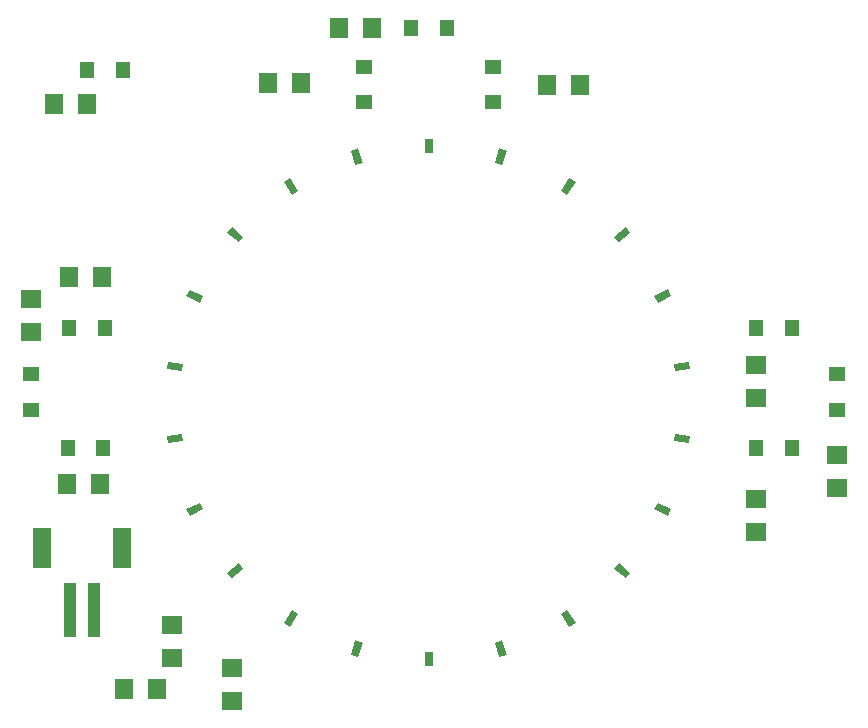
<source format=gtp>
G75*
%MOIN*%
%OFA0B0*%
%FSLAX25Y25*%
%IPPOS*%
%LPD*%
%AMOC8*
5,1,8,0,0,1.08239X$1,22.5*
%
%ADD10R,0.07087X0.06299*%
%ADD11R,0.06299X0.07087*%
%ADD12R,0.03937X0.18110*%
%ADD13R,0.06299X0.13386*%
%ADD14R,0.04724X0.05512*%
%ADD15R,0.05512X0.04724*%
%ADD16R,0.05000X0.02500*%
%ADD17R,0.02500X0.05000*%
D10*
X0159622Y0130610D03*
X0159622Y0141634D03*
X0179622Y0127134D03*
X0179622Y0116110D03*
X0112622Y0239110D03*
X0112622Y0250134D03*
X0354122Y0228134D03*
X0354122Y0217110D03*
X0381122Y0198134D03*
X0381122Y0187110D03*
X0354122Y0183634D03*
X0354122Y0172610D03*
D11*
X0143610Y0120122D03*
X0154634Y0120122D03*
X0135634Y0188622D03*
X0124610Y0188622D03*
X0125110Y0257622D03*
X0136134Y0257622D03*
X0131134Y0315122D03*
X0120110Y0315122D03*
X0191610Y0322122D03*
X0202634Y0322122D03*
X0215110Y0340622D03*
X0226134Y0340622D03*
X0284610Y0321622D03*
X0295634Y0321622D03*
D12*
X0133559Y0146555D03*
X0125685Y0146555D03*
D13*
X0116236Y0167028D03*
X0143008Y0167028D03*
D14*
X0136528Y0200622D03*
X0124717Y0200622D03*
X0125217Y0240622D03*
X0137028Y0240622D03*
X0131217Y0326622D03*
X0143028Y0326622D03*
X0239217Y0340622D03*
X0251028Y0340622D03*
X0354217Y0240622D03*
X0366028Y0240622D03*
X0366028Y0200622D03*
X0354217Y0200622D03*
D15*
X0381122Y0213217D03*
X0381122Y0225028D03*
X0266622Y0315717D03*
X0266622Y0327528D03*
X0223622Y0327528D03*
X0223622Y0315717D03*
X0112622Y0225028D03*
X0112622Y0213217D03*
D16*
G36*
X0163274Y0202742D02*
X0158326Y0202029D01*
X0157970Y0204502D01*
X0162918Y0205215D01*
X0163274Y0202742D01*
G37*
G36*
X0169915Y0180022D02*
X0165366Y0177948D01*
X0164329Y0180222D01*
X0168878Y0182296D01*
X0169915Y0180022D01*
G37*
G36*
X0183330Y0160314D02*
X0179551Y0157041D01*
X0177914Y0158930D01*
X0181693Y0162203D01*
X0183330Y0160314D01*
G37*
G36*
X0201524Y0145050D02*
X0198824Y0140843D01*
X0196720Y0142194D01*
X0199420Y0146401D01*
X0201524Y0145050D01*
G37*
G36*
X0223023Y0135670D02*
X0221620Y0130872D01*
X0219221Y0131574D01*
X0220624Y0136372D01*
X0223023Y0135670D01*
G37*
G36*
X0269620Y0136372D02*
X0271023Y0131574D01*
X0268624Y0130872D01*
X0267221Y0135670D01*
X0269620Y0136372D01*
G37*
G36*
X0291324Y0146401D02*
X0294024Y0142194D01*
X0291920Y0140843D01*
X0289220Y0145050D01*
X0291324Y0146401D01*
G37*
G36*
X0308551Y0162203D02*
X0312330Y0158930D01*
X0310693Y0157041D01*
X0306914Y0160314D01*
X0308551Y0162203D01*
G37*
G36*
X0321366Y0182296D02*
X0325915Y0180222D01*
X0324878Y0177948D01*
X0320329Y0180022D01*
X0321366Y0182296D01*
G37*
G36*
X0327326Y0205215D02*
X0332274Y0204502D01*
X0331918Y0202029D01*
X0326970Y0202742D01*
X0327326Y0205215D01*
G37*
G36*
X0326970Y0228502D02*
X0331918Y0229215D01*
X0332274Y0226742D01*
X0327326Y0226029D01*
X0326970Y0228502D01*
G37*
G36*
X0320328Y0251096D02*
X0324778Y0253373D01*
X0325916Y0251148D01*
X0321466Y0248871D01*
X0320328Y0251096D01*
G37*
G36*
X0306914Y0270930D02*
X0310693Y0274203D01*
X0312330Y0272314D01*
X0308551Y0269041D01*
X0306914Y0270930D01*
G37*
G36*
X0289220Y0286194D02*
X0291920Y0290401D01*
X0294024Y0289050D01*
X0291324Y0284843D01*
X0289220Y0286194D01*
G37*
G36*
X0267221Y0295574D02*
X0268624Y0300372D01*
X0271023Y0299670D01*
X0269620Y0294872D01*
X0267221Y0295574D01*
G37*
G36*
X0220624Y0294872D02*
X0219221Y0299670D01*
X0221620Y0300372D01*
X0223023Y0295574D01*
X0220624Y0294872D01*
G37*
G36*
X0199420Y0284843D02*
X0196720Y0289050D01*
X0198824Y0290401D01*
X0201524Y0286194D01*
X0199420Y0284843D01*
G37*
G36*
X0181693Y0269041D02*
X0177914Y0272314D01*
X0179551Y0274203D01*
X0183330Y0270930D01*
X0181693Y0269041D01*
G37*
G36*
X0168878Y0248948D02*
X0164329Y0251022D01*
X0165366Y0253296D01*
X0169915Y0251222D01*
X0168878Y0248948D01*
G37*
G36*
X0162918Y0226029D02*
X0157970Y0226742D01*
X0158326Y0229215D01*
X0163274Y0228502D01*
X0162918Y0226029D01*
G37*
D17*
X0245122Y0301122D03*
X0245122Y0130122D03*
M02*

</source>
